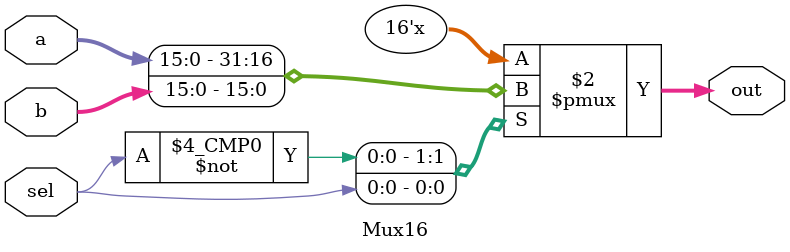
<source format=v>
`timescale 1ns / 1ps

module Mux16(a,b,sel,out);

input [15:0] a;
input [15:0] b;
input sel;
output [15:0] out;

reg [15:0] out;

always @ (a,b,sel)
	begin
		case(sel)
		
		1'b0 : out = a;
		1'b1 : out = b;
		endcase
		
	end

endmodule

</source>
